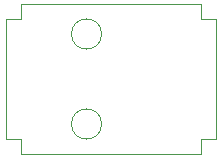
<source format=gbr>
%TF.GenerationSoftware,KiCad,Pcbnew,(5.1.12)-1*%
%TF.CreationDate,2022-10-21T23:20:19+02:00*%
%TF.ProjectId,smart-temp-only-sensor3,736d6172-742d-4746-956d-702d6f6e6c79,rev?*%
%TF.SameCoordinates,Original*%
%TF.FileFunction,Profile,NP*%
%FSLAX46Y46*%
G04 Gerber Fmt 4.6, Leading zero omitted, Abs format (unit mm)*
G04 Created by KiCad (PCBNEW (5.1.12)-1) date 2022-10-21 23:20:19*
%MOMM*%
%LPD*%
G01*
G04 APERTURE LIST*
%TA.AperFunction,Profile*%
%ADD10C,0.050000*%
%TD*%
G04 APERTURE END LIST*
D10*
X89414334Y-76206334D02*
G75*
G03*
X89414334Y-76206334I-1276334J0D01*
G01*
X89414334Y-68586334D02*
G75*
G03*
X89414334Y-68586334I-1276334J0D01*
G01*
X82550000Y-67310000D02*
X81280000Y-67310000D01*
X82550000Y-66040000D02*
X82550000Y-67310000D01*
X82550000Y-77470000D02*
X82550000Y-78740000D01*
X81280000Y-77470000D02*
X82550000Y-77470000D01*
X97790000Y-77470000D02*
X97790000Y-78740000D01*
X99060000Y-77470000D02*
X97790000Y-77470000D01*
X97790000Y-67310000D02*
X97790000Y-66040000D01*
X99060000Y-67310000D02*
X97790000Y-67310000D01*
X81280000Y-77470000D02*
X81280000Y-67310000D01*
X97790000Y-78740000D02*
X82550000Y-78740000D01*
X99060000Y-67310000D02*
X99060000Y-77470000D01*
X82550000Y-66040000D02*
X97790000Y-66040000D01*
M02*

</source>
